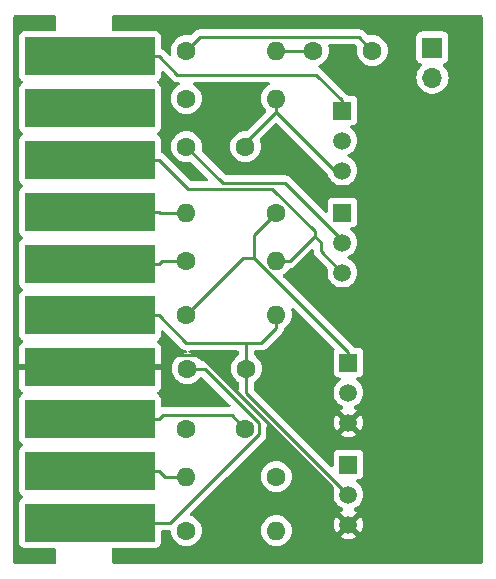
<source format=gbr>
G04 #@! TF.GenerationSoftware,KiCad,Pcbnew,8.0.1*
G04 #@! TF.CreationDate,2024-06-18T21:20:24-04:00*
G04 #@! TF.ProjectId,OdysseyDaughterCardFlipFlop,4f647973-7365-4794-9461-756768746572,1.2*
G04 #@! TF.SameCoordinates,Original*
G04 #@! TF.FileFunction,Copper,L2,Bot*
G04 #@! TF.FilePolarity,Positive*
%FSLAX46Y46*%
G04 Gerber Fmt 4.6, Leading zero omitted, Abs format (unit mm)*
G04 Created by KiCad (PCBNEW 8.0.1) date 2024-06-18 21:20:24*
%MOMM*%
%LPD*%
G01*
G04 APERTURE LIST*
G04 #@! TA.AperFunction,SMDPad,CuDef*
%ADD10R,11.000000X3.250000*%
G04 #@! TD*
G04 #@! TA.AperFunction,ComponentPad*
%ADD11C,1.600000*%
G04 #@! TD*
G04 #@! TA.AperFunction,ComponentPad*
%ADD12R,1.500000X1.500000*%
G04 #@! TD*
G04 #@! TA.AperFunction,ComponentPad*
%ADD13C,1.500000*%
G04 #@! TD*
G04 #@! TA.AperFunction,ComponentPad*
%ADD14O,1.600000X1.600000*%
G04 #@! TD*
G04 #@! TA.AperFunction,ComponentPad*
%ADD15R,1.700000X1.700000*%
G04 #@! TD*
G04 #@! TA.AperFunction,ComponentPad*
%ADD16O,1.700000X1.700000*%
G04 #@! TD*
G04 #@! TA.AperFunction,Conductor*
%ADD17C,0.250000*%
G04 #@! TD*
G04 APERTURE END LIST*
D10*
X129000000Y-120749992D03*
X129000000Y-116361104D03*
X129000000Y-111972216D03*
X129000000Y-107583328D03*
X129000000Y-103194440D03*
X129000000Y-98805552D03*
X129000000Y-94416664D03*
X129000000Y-90027776D03*
X129000000Y-85638888D03*
X129000000Y-81250000D03*
D11*
X137160000Y-88900000D03*
X142160000Y-88900000D03*
X152908000Y-80772000D03*
X147908000Y-80772000D03*
X142240000Y-107696000D03*
X137240000Y-107696000D03*
X137160000Y-112776000D03*
X142160000Y-112776000D03*
D12*
X150368000Y-85852000D03*
D13*
X150368000Y-88392000D03*
X150368000Y-90932000D03*
D12*
X150368000Y-94488000D03*
D13*
X150368000Y-97028000D03*
X150368000Y-99568000D03*
D12*
X150876000Y-107188000D03*
D13*
X150876000Y-109728000D03*
X150876000Y-112268000D03*
D12*
X150876000Y-115824000D03*
D13*
X150876000Y-118364000D03*
X150876000Y-120904000D03*
D11*
X137160000Y-84836000D03*
D14*
X144780000Y-84836000D03*
D11*
X137160000Y-80772000D03*
D14*
X144780000Y-80772000D03*
D11*
X144780000Y-94488000D03*
D14*
X137160000Y-94488000D03*
D11*
X137160000Y-121412000D03*
D14*
X144780000Y-121412000D03*
D11*
X137160000Y-103124000D03*
D14*
X144780000Y-103124000D03*
D11*
X137160000Y-98552000D03*
D14*
X144780000Y-98552000D03*
D11*
X144780000Y-116840000D03*
D14*
X137160000Y-116840000D03*
D15*
X157988000Y-80518000D03*
D16*
X157988000Y-83058000D03*
D17*
X129000000Y-94416700D02*
X134825300Y-94416700D01*
X142160000Y-88581300D02*
X142160000Y-88900000D01*
X144780000Y-85961300D02*
X142160000Y-88581300D01*
X137160000Y-94488000D02*
X134896600Y-94488000D01*
X149750700Y-90932000D02*
X150368000Y-90932000D01*
X144780000Y-84836000D02*
X144780000Y-85961300D01*
X144780000Y-85961300D02*
X149750700Y-90932000D01*
X134896600Y-94488000D02*
X134825300Y-94416700D01*
X148582300Y-97028000D02*
X148005800Y-96451500D01*
X144426500Y-92466300D02*
X137263800Y-92466300D01*
X137160000Y-80772000D02*
X138306300Y-79625700D01*
X148005800Y-96451500D02*
X145905300Y-98552000D01*
X148582300Y-97782300D02*
X150368000Y-99568000D01*
X148582300Y-97028000D02*
X148582300Y-97782300D01*
X138306300Y-79625700D02*
X151761700Y-79625700D01*
X144780000Y-98552000D02*
X145905300Y-98552000D01*
X151761700Y-79625700D02*
X152908000Y-80772000D01*
X148005800Y-96451500D02*
X148005800Y-96045600D01*
X148005800Y-96045600D02*
X144426500Y-92466300D01*
X137263800Y-92466300D02*
X134825300Y-90027800D01*
X129000000Y-90027800D02*
X134825300Y-90027800D01*
X142240000Y-105519300D02*
X137150200Y-105519300D01*
X142240000Y-105519300D02*
X142240000Y-107696000D01*
X129000000Y-103194400D02*
X134825300Y-103194400D01*
X144780000Y-104249300D02*
X143510000Y-105519300D01*
X150876000Y-118364000D02*
X142240000Y-109728000D01*
X143510000Y-105519300D02*
X142240000Y-105519300D01*
X137150200Y-105519300D02*
X134825300Y-103194400D01*
X144780000Y-103124000D02*
X144780000Y-104249300D01*
X142240000Y-109728000D02*
X142240000Y-107696000D01*
X141979700Y-98304300D02*
X142842600Y-98304300D01*
X150876000Y-107188000D02*
X150876000Y-106337700D01*
X137160000Y-103124000D02*
X141979700Y-98304300D01*
X142842600Y-98304300D02*
X150876000Y-106337700D01*
X143293300Y-112292800D02*
X143293300Y-113251400D01*
X138696500Y-107696000D02*
X143293300Y-112292800D01*
X137240000Y-107696000D02*
X138696500Y-107696000D01*
X142842600Y-96425400D02*
X142842600Y-98304300D01*
X143293300Y-113251400D02*
X135794700Y-120750000D01*
X135794700Y-120750000D02*
X129000000Y-120750000D01*
X144780000Y-94488000D02*
X142842600Y-96425400D01*
X129000000Y-116361100D02*
X134825300Y-116361100D01*
X135304200Y-116840000D02*
X134825300Y-116361100D01*
X137160000Y-116840000D02*
X135304200Y-116840000D01*
X135196000Y-111601500D02*
X134825300Y-111972200D01*
X140985500Y-111601500D02*
X135196000Y-111601500D01*
X129000000Y-111972200D02*
X134825300Y-111972200D01*
X142160000Y-112776000D02*
X140985500Y-111601500D01*
X148170300Y-82804000D02*
X136379300Y-82804000D01*
X150368000Y-85001700D02*
X148170300Y-82804000D01*
X136379300Y-82804000D02*
X134825300Y-81250000D01*
X150368000Y-85852000D02*
X150368000Y-85001700D01*
X129000000Y-81250000D02*
X134825300Y-81250000D01*
X149479000Y-117769100D02*
X149479000Y-119507000D01*
X129000000Y-107583300D02*
X134825300Y-107583300D01*
X135838000Y-106570600D02*
X138280500Y-106570600D01*
X138280500Y-106570600D02*
X149479000Y-117769100D01*
X134825300Y-107583300D02*
X135838000Y-106570600D01*
X149479000Y-119507000D02*
X150876000Y-120904000D01*
X129000000Y-98805500D02*
X134825300Y-98805500D01*
X137160000Y-98552000D02*
X135078800Y-98552000D01*
X135078800Y-98552000D02*
X134825300Y-98805500D01*
X150368000Y-97028000D02*
X150368000Y-96833300D01*
X150368000Y-96833300D02*
X145520800Y-91986100D01*
X145520800Y-91986100D02*
X140246100Y-91986100D01*
X140246100Y-91986100D02*
X137160000Y-88900000D01*
X144780000Y-80772000D02*
X147908000Y-80772000D01*
G04 #@! TA.AperFunction,Conductor*
G36*
X126042539Y-77795185D02*
G01*
X126088294Y-77847989D01*
X126099500Y-77899500D01*
X126099500Y-78915021D01*
X126111938Y-78945046D01*
X126119408Y-79014515D01*
X126088134Y-79076995D01*
X126028045Y-79112648D01*
X125997378Y-79116500D01*
X123451345Y-79116500D01*
X123390797Y-79123011D01*
X123390795Y-79123011D01*
X123253795Y-79174111D01*
X123136739Y-79261739D01*
X123049111Y-79378795D01*
X122998011Y-79515795D01*
X122998011Y-79515797D01*
X122991500Y-79576345D01*
X122991500Y-82923654D01*
X122998011Y-82984202D01*
X122998011Y-82984204D01*
X123049111Y-83121204D01*
X123136739Y-83238261D01*
X123253796Y-83325889D01*
X123260158Y-83328262D01*
X123260161Y-83328263D01*
X123316094Y-83370135D01*
X123340510Y-83435600D01*
X123325657Y-83503873D01*
X123276251Y-83553277D01*
X123260161Y-83560625D01*
X123253795Y-83562999D01*
X123136739Y-83650627D01*
X123049111Y-83767683D01*
X122998011Y-83904683D01*
X122998011Y-83904685D01*
X122991500Y-83965233D01*
X122991500Y-87312542D01*
X122998011Y-87373090D01*
X122998011Y-87373092D01*
X123049111Y-87510092D01*
X123136739Y-87627149D01*
X123253796Y-87714777D01*
X123260158Y-87717150D01*
X123260161Y-87717151D01*
X123316094Y-87759023D01*
X123340510Y-87824488D01*
X123325657Y-87892761D01*
X123276251Y-87942165D01*
X123260161Y-87949513D01*
X123253795Y-87951887D01*
X123136739Y-88039515D01*
X123049111Y-88156571D01*
X122998011Y-88293571D01*
X122998011Y-88293573D01*
X122991500Y-88354121D01*
X122991500Y-91701430D01*
X122998011Y-91761978D01*
X122998011Y-91761980D01*
X123049111Y-91898980D01*
X123136739Y-92016037D01*
X123253796Y-92103665D01*
X123260158Y-92106038D01*
X123260161Y-92106039D01*
X123316094Y-92147911D01*
X123340510Y-92213376D01*
X123325657Y-92281649D01*
X123276251Y-92331053D01*
X123260161Y-92338401D01*
X123253795Y-92340775D01*
X123136739Y-92428403D01*
X123049111Y-92545459D01*
X122998011Y-92682459D01*
X122998011Y-92682461D01*
X122991500Y-92743009D01*
X122991500Y-96090318D01*
X122998011Y-96150866D01*
X122998011Y-96150868D01*
X123031486Y-96240614D01*
X123049111Y-96287868D01*
X123136739Y-96404925D01*
X123253796Y-96492553D01*
X123260158Y-96494926D01*
X123260161Y-96494927D01*
X123316094Y-96536799D01*
X123340510Y-96602264D01*
X123325657Y-96670537D01*
X123276251Y-96719941D01*
X123260161Y-96727289D01*
X123253795Y-96729663D01*
X123136739Y-96817291D01*
X123049111Y-96934347D01*
X122998011Y-97071347D01*
X122998011Y-97071349D01*
X122991500Y-97131897D01*
X122991500Y-100479206D01*
X122998011Y-100539754D01*
X122998011Y-100539756D01*
X123049111Y-100676756D01*
X123136739Y-100793813D01*
X123253796Y-100881441D01*
X123260158Y-100883814D01*
X123260161Y-100883815D01*
X123316094Y-100925687D01*
X123340510Y-100991152D01*
X123325657Y-101059425D01*
X123276251Y-101108829D01*
X123260161Y-101116177D01*
X123253795Y-101118551D01*
X123136739Y-101206179D01*
X123049111Y-101323235D01*
X122998011Y-101460235D01*
X122998011Y-101460237D01*
X122991500Y-101520785D01*
X122991500Y-104868094D01*
X122998011Y-104928642D01*
X122998011Y-104928644D01*
X123049111Y-105065644D01*
X123136739Y-105182701D01*
X123214922Y-105241228D01*
X123253794Y-105270328D01*
X123253795Y-105270328D01*
X123253796Y-105270329D01*
X123272317Y-105277237D01*
X123272320Y-105277238D01*
X123328252Y-105319110D01*
X123352668Y-105384575D01*
X123337815Y-105452848D01*
X123288409Y-105502252D01*
X123272319Y-105509600D01*
X123257916Y-105514972D01*
X123257906Y-105514977D01*
X123142812Y-105601137D01*
X123142809Y-105601140D01*
X123056649Y-105716234D01*
X123056645Y-105716241D01*
X123006403Y-105850948D01*
X123006401Y-105850955D01*
X123000000Y-105910483D01*
X123000000Y-107333328D01*
X135000000Y-107333328D01*
X135000000Y-105910500D01*
X134999999Y-105910483D01*
X134993598Y-105850955D01*
X134993596Y-105850948D01*
X134943354Y-105716241D01*
X134943350Y-105716234D01*
X134857190Y-105601140D01*
X134857187Y-105601137D01*
X134742093Y-105514977D01*
X134742088Y-105514974D01*
X134727681Y-105509601D01*
X134671748Y-105467729D01*
X134647331Y-105402265D01*
X134662183Y-105333992D01*
X134711588Y-105284587D01*
X134727671Y-105277241D01*
X134746204Y-105270329D01*
X134863261Y-105182701D01*
X134950889Y-105065644D01*
X135001989Y-104928641D01*
X135006595Y-104885800D01*
X135008499Y-104868094D01*
X135008500Y-104868077D01*
X135008500Y-104572866D01*
X135028185Y-104505827D01*
X135080989Y-104460072D01*
X135150147Y-104450128D01*
X135213703Y-104479153D01*
X135220181Y-104485185D01*
X136746363Y-106011368D01*
X136746367Y-106011371D01*
X136850118Y-106080696D01*
X136850124Y-106080699D01*
X136850125Y-106080700D01*
X136965415Y-106128455D01*
X137084463Y-106152135D01*
X137146374Y-106184519D01*
X137180948Y-106245235D01*
X137177209Y-106315004D01*
X137136343Y-106371677D01*
X137071325Y-106397258D01*
X137071081Y-106397280D01*
X137011917Y-106402456D01*
X137011910Y-106402457D01*
X136790761Y-106461714D01*
X136790750Y-106461718D01*
X136583254Y-106558475D01*
X136583252Y-106558476D01*
X136512856Y-106607767D01*
X136395700Y-106689802D01*
X136395698Y-106689803D01*
X136395695Y-106689806D01*
X136233806Y-106851695D01*
X136102476Y-107039252D01*
X136102475Y-107039254D01*
X136005718Y-107246750D01*
X136005714Y-107246761D01*
X135946457Y-107467910D01*
X135946456Y-107467918D01*
X135926502Y-107695998D01*
X135926502Y-107696001D01*
X135946456Y-107924081D01*
X135946457Y-107924089D01*
X136005714Y-108145238D01*
X136005718Y-108145249D01*
X136078467Y-108301260D01*
X136102477Y-108352749D01*
X136233802Y-108540300D01*
X136395700Y-108702198D01*
X136583251Y-108833523D01*
X136708091Y-108891736D01*
X136790750Y-108930281D01*
X136790752Y-108930281D01*
X136790757Y-108930284D01*
X137011913Y-108989543D01*
X137174832Y-109003796D01*
X137239998Y-109009498D01*
X137240000Y-109009498D01*
X137240002Y-109009498D01*
X137297021Y-109004509D01*
X137468087Y-108989543D01*
X137689243Y-108930284D01*
X137896749Y-108833523D01*
X138084300Y-108702198D01*
X138246198Y-108540300D01*
X138325637Y-108426849D01*
X138380211Y-108383227D01*
X138449709Y-108376033D01*
X138512064Y-108407556D01*
X138514890Y-108410294D01*
X140860915Y-110756319D01*
X140894400Y-110817642D01*
X140889416Y-110887334D01*
X140847544Y-110943267D01*
X140782080Y-110967684D01*
X140773234Y-110968000D01*
X135132500Y-110968000D01*
X135065461Y-110948315D01*
X135019706Y-110895511D01*
X135008500Y-110844000D01*
X135008500Y-110298578D01*
X135008499Y-110298561D01*
X135005157Y-110267486D01*
X135001989Y-110238015D01*
X134950889Y-110101012D01*
X134863261Y-109983955D01*
X134746204Y-109896327D01*
X134739855Y-109893958D01*
X134727677Y-109889416D01*
X134671745Y-109847543D01*
X134647331Y-109782077D01*
X134662185Y-109713805D01*
X134711592Y-109664402D01*
X134727686Y-109657053D01*
X134742085Y-109651682D01*
X134742093Y-109651678D01*
X134857187Y-109565518D01*
X134857190Y-109565515D01*
X134943350Y-109450421D01*
X134943354Y-109450414D01*
X134993596Y-109315707D01*
X134993598Y-109315700D01*
X134999999Y-109256172D01*
X135000000Y-109256155D01*
X135000000Y-107833328D01*
X123000000Y-107833328D01*
X123000000Y-109256172D01*
X123006401Y-109315700D01*
X123006403Y-109315707D01*
X123056645Y-109450414D01*
X123056649Y-109450421D01*
X123142809Y-109565515D01*
X123142812Y-109565518D01*
X123257906Y-109651678D01*
X123257911Y-109651681D01*
X123272315Y-109657053D01*
X123328249Y-109698923D01*
X123352668Y-109764387D01*
X123337818Y-109832660D01*
X123288414Y-109882067D01*
X123272323Y-109889416D01*
X123253795Y-109896327D01*
X123136739Y-109983955D01*
X123049111Y-110101011D01*
X122998011Y-110238011D01*
X122998011Y-110238013D01*
X122991500Y-110298561D01*
X122991500Y-113645870D01*
X122998011Y-113706418D01*
X122998011Y-113706420D01*
X123026274Y-113782193D01*
X123049111Y-113843420D01*
X123136739Y-113960477D01*
X123253796Y-114048105D01*
X123260158Y-114050478D01*
X123260161Y-114050479D01*
X123316094Y-114092351D01*
X123340510Y-114157816D01*
X123325657Y-114226089D01*
X123276251Y-114275493D01*
X123260161Y-114282841D01*
X123253795Y-114285215D01*
X123136739Y-114372843D01*
X123049111Y-114489899D01*
X122998011Y-114626899D01*
X122998011Y-114626901D01*
X122991500Y-114687449D01*
X122991500Y-118034758D01*
X122998011Y-118095306D01*
X122998011Y-118095308D01*
X123042067Y-118213422D01*
X123049111Y-118232308D01*
X123136739Y-118349365D01*
X123253796Y-118436993D01*
X123260158Y-118439366D01*
X123260161Y-118439367D01*
X123316094Y-118481239D01*
X123340510Y-118546704D01*
X123325657Y-118614977D01*
X123276251Y-118664381D01*
X123260161Y-118671729D01*
X123253795Y-118674103D01*
X123136739Y-118761731D01*
X123049111Y-118878787D01*
X122998011Y-119015787D01*
X122998011Y-119015789D01*
X122991500Y-119076337D01*
X122991500Y-122423646D01*
X122998011Y-122484194D01*
X122998011Y-122484196D01*
X123022378Y-122549524D01*
X123049111Y-122621196D01*
X123136739Y-122738253D01*
X123253796Y-122825881D01*
X123390799Y-122876981D01*
X123418050Y-122879910D01*
X123451345Y-122883491D01*
X123451362Y-122883492D01*
X125997381Y-122883492D01*
X126064420Y-122903177D01*
X126110175Y-122955981D01*
X126120119Y-123025139D01*
X126111942Y-123054945D01*
X126099500Y-123084980D01*
X126099500Y-124100500D01*
X126079815Y-124167539D01*
X126027011Y-124213294D01*
X125975500Y-124224500D01*
X122624500Y-124224500D01*
X122557461Y-124204815D01*
X122511706Y-124152011D01*
X122500500Y-124100500D01*
X122500500Y-77899500D01*
X122520185Y-77832461D01*
X122572989Y-77786706D01*
X122624500Y-77775500D01*
X125975500Y-77775500D01*
X126042539Y-77795185D01*
G37*
G04 #@! TD.AperFunction*
G04 #@! TA.AperFunction,Conductor*
G36*
X162173539Y-77795185D02*
G01*
X162219294Y-77847989D01*
X162230500Y-77899500D01*
X162230500Y-124100500D01*
X162210815Y-124167539D01*
X162158011Y-124213294D01*
X162106500Y-124224500D01*
X130974500Y-124224500D01*
X130907461Y-124204815D01*
X130861706Y-124152011D01*
X130850500Y-124100500D01*
X130850500Y-123084983D01*
X130850499Y-123084980D01*
X130838058Y-123054945D01*
X130830589Y-122985476D01*
X130861864Y-122922997D01*
X130921952Y-122887344D01*
X130952619Y-122883492D01*
X134548638Y-122883492D01*
X134548654Y-122883491D01*
X134575692Y-122880583D01*
X134609201Y-122876981D01*
X134746204Y-122825881D01*
X134863261Y-122738253D01*
X134950889Y-122621196D01*
X135001989Y-122484193D01*
X135005591Y-122450684D01*
X135008499Y-122423646D01*
X135008500Y-122423629D01*
X135008500Y-121507500D01*
X135028185Y-121440461D01*
X135080989Y-121394706D01*
X135132500Y-121383500D01*
X135730384Y-121383500D01*
X135797423Y-121403185D01*
X135843178Y-121455989D01*
X135853912Y-121496693D01*
X135866456Y-121640081D01*
X135866457Y-121640089D01*
X135925714Y-121861238D01*
X135925718Y-121861249D01*
X135986067Y-121990668D01*
X136022477Y-122068749D01*
X136153802Y-122256300D01*
X136315700Y-122418198D01*
X136503251Y-122549523D01*
X136628091Y-122607736D01*
X136710750Y-122646281D01*
X136710752Y-122646281D01*
X136710757Y-122646284D01*
X136931913Y-122705543D01*
X137094832Y-122719796D01*
X137159998Y-122725498D01*
X137160000Y-122725498D01*
X137160002Y-122725498D01*
X137217021Y-122720509D01*
X137388087Y-122705543D01*
X137609243Y-122646284D01*
X137816749Y-122549523D01*
X138004300Y-122418198D01*
X138166198Y-122256300D01*
X138297523Y-122068749D01*
X138394284Y-121861243D01*
X138453543Y-121640087D01*
X138473498Y-121412001D01*
X143466502Y-121412001D01*
X143486456Y-121640081D01*
X143486457Y-121640089D01*
X143545714Y-121861238D01*
X143545718Y-121861249D01*
X143606067Y-121990668D01*
X143642477Y-122068749D01*
X143773802Y-122256300D01*
X143935700Y-122418198D01*
X144123251Y-122549523D01*
X144248091Y-122607736D01*
X144330750Y-122646281D01*
X144330752Y-122646281D01*
X144330757Y-122646284D01*
X144551913Y-122705543D01*
X144714832Y-122719796D01*
X144779998Y-122725498D01*
X144780000Y-122725498D01*
X144780002Y-122725498D01*
X144837021Y-122720509D01*
X145008087Y-122705543D01*
X145229243Y-122646284D01*
X145436749Y-122549523D01*
X145624300Y-122418198D01*
X145786198Y-122256300D01*
X145917523Y-122068749D01*
X146014284Y-121861243D01*
X146073543Y-121640087D01*
X146093498Y-121412000D01*
X146073543Y-121183913D01*
X146014284Y-120962757D01*
X146011441Y-120956661D01*
X145917524Y-120755254D01*
X145917523Y-120755252D01*
X145917523Y-120755251D01*
X145786198Y-120567700D01*
X145624300Y-120405802D01*
X145436749Y-120274477D01*
X145436745Y-120274475D01*
X145229249Y-120177718D01*
X145229238Y-120177714D01*
X145008089Y-120118457D01*
X145008081Y-120118456D01*
X144780002Y-120098502D01*
X144779998Y-120098502D01*
X144551918Y-120118456D01*
X144551910Y-120118457D01*
X144330761Y-120177714D01*
X144330750Y-120177718D01*
X144123254Y-120274475D01*
X144123252Y-120274476D01*
X144123251Y-120274477D01*
X143935700Y-120405802D01*
X143935698Y-120405803D01*
X143935695Y-120405806D01*
X143773806Y-120567695D01*
X143642476Y-120755252D01*
X143642475Y-120755254D01*
X143545718Y-120962750D01*
X143545714Y-120962761D01*
X143486457Y-121183910D01*
X143486456Y-121183918D01*
X143466502Y-121411998D01*
X143466502Y-121412001D01*
X138473498Y-121412001D01*
X138473498Y-121412000D01*
X138453543Y-121183913D01*
X138394284Y-120962757D01*
X138391441Y-120956661D01*
X138297524Y-120755254D01*
X138297523Y-120755252D01*
X138297523Y-120755251D01*
X138166198Y-120567700D01*
X138004300Y-120405802D01*
X137816749Y-120274477D01*
X137816745Y-120274475D01*
X137609249Y-120177718D01*
X137609229Y-120177711D01*
X137543535Y-120160108D01*
X137483875Y-120123743D01*
X137453347Y-120060896D01*
X137461642Y-119991520D01*
X137487946Y-119952656D01*
X140600602Y-116840001D01*
X143466502Y-116840001D01*
X143486456Y-117068081D01*
X143486457Y-117068089D01*
X143545714Y-117289238D01*
X143545718Y-117289249D01*
X143631635Y-117473499D01*
X143642477Y-117496749D01*
X143773802Y-117684300D01*
X143935700Y-117846198D01*
X144123251Y-117977523D01*
X144245956Y-118034741D01*
X144330750Y-118074281D01*
X144330752Y-118074281D01*
X144330757Y-118074284D01*
X144551913Y-118133543D01*
X144714832Y-118147796D01*
X144779998Y-118153498D01*
X144780000Y-118153498D01*
X144780002Y-118153498D01*
X144837021Y-118148509D01*
X145008087Y-118133543D01*
X145229243Y-118074284D01*
X145436749Y-117977523D01*
X145624300Y-117846198D01*
X145786198Y-117684300D01*
X145917523Y-117496749D01*
X146014284Y-117289243D01*
X146073543Y-117068087D01*
X146093498Y-116840000D01*
X146073543Y-116611913D01*
X146014284Y-116390757D01*
X145917523Y-116183251D01*
X145786198Y-115995700D01*
X145624300Y-115833802D01*
X145436749Y-115702477D01*
X145373233Y-115672859D01*
X145229249Y-115605718D01*
X145229238Y-115605714D01*
X145008089Y-115546457D01*
X145008081Y-115546456D01*
X144780002Y-115526502D01*
X144779998Y-115526502D01*
X144551918Y-115546456D01*
X144551910Y-115546457D01*
X144330761Y-115605714D01*
X144330750Y-115605718D01*
X144123254Y-115702475D01*
X144123252Y-115702476D01*
X144123251Y-115702477D01*
X143935700Y-115833802D01*
X143935698Y-115833803D01*
X143935695Y-115833806D01*
X143773806Y-115995695D01*
X143773803Y-115995698D01*
X143773802Y-115995700D01*
X143754667Y-116023028D01*
X143642476Y-116183252D01*
X143642475Y-116183254D01*
X143545718Y-116390750D01*
X143545714Y-116390761D01*
X143486457Y-116611910D01*
X143486456Y-116611918D01*
X143466502Y-116839998D01*
X143466502Y-116840001D01*
X140600602Y-116840001D01*
X143785371Y-113655233D01*
X143854700Y-113551475D01*
X143902455Y-113436185D01*
X143926800Y-113313794D01*
X143926800Y-113189006D01*
X143926800Y-112610066D01*
X143946485Y-112543027D01*
X143999289Y-112497272D01*
X144068447Y-112487328D01*
X144132003Y-112516353D01*
X144138481Y-112522385D01*
X149608489Y-117992393D01*
X149641974Y-118053716D01*
X149640583Y-118112167D01*
X149631885Y-118144626D01*
X149631885Y-118144630D01*
X149612693Y-118363997D01*
X149612693Y-118364002D01*
X149631884Y-118583365D01*
X149631885Y-118583372D01*
X149644342Y-118629859D01*
X149688880Y-118796076D01*
X149781944Y-118995654D01*
X149908251Y-119176038D01*
X150063962Y-119331749D01*
X150244346Y-119458056D01*
X150390714Y-119526308D01*
X150443151Y-119572477D01*
X150462303Y-119639671D01*
X150442088Y-119706552D01*
X150390713Y-119751070D01*
X150248611Y-119817334D01*
X150186428Y-119860874D01*
X150829554Y-120504000D01*
X150823339Y-120504000D01*
X150721606Y-120531259D01*
X150630394Y-120583920D01*
X150555920Y-120658394D01*
X150503259Y-120749606D01*
X150476000Y-120851339D01*
X150476000Y-120857554D01*
X149832874Y-120214428D01*
X149789333Y-120276613D01*
X149696898Y-120474840D01*
X149696894Y-120474849D01*
X149640289Y-120686105D01*
X149640287Y-120686115D01*
X149621225Y-120903999D01*
X149621225Y-120904000D01*
X149640287Y-121121884D01*
X149640289Y-121121894D01*
X149696894Y-121333150D01*
X149696898Y-121333159D01*
X149789333Y-121531387D01*
X149832874Y-121593571D01*
X150476000Y-120950445D01*
X150476000Y-120956661D01*
X150503259Y-121058394D01*
X150555920Y-121149606D01*
X150630394Y-121224080D01*
X150721606Y-121276741D01*
X150823339Y-121304000D01*
X150829553Y-121304000D01*
X150186427Y-121947124D01*
X150248612Y-121990666D01*
X150446840Y-122083101D01*
X150446849Y-122083105D01*
X150658105Y-122139710D01*
X150658115Y-122139712D01*
X150875999Y-122158775D01*
X150876001Y-122158775D01*
X151093884Y-122139712D01*
X151093894Y-122139710D01*
X151305150Y-122083105D01*
X151305164Y-122083100D01*
X151503383Y-121990669D01*
X151503385Y-121990668D01*
X151565571Y-121947124D01*
X150922448Y-121304000D01*
X150928661Y-121304000D01*
X151030394Y-121276741D01*
X151121606Y-121224080D01*
X151196080Y-121149606D01*
X151248741Y-121058394D01*
X151276000Y-120956661D01*
X151276000Y-120950446D01*
X151919124Y-121593570D01*
X151962668Y-121531385D01*
X151962669Y-121531383D01*
X152055100Y-121333164D01*
X152055105Y-121333150D01*
X152111710Y-121121894D01*
X152111712Y-121121884D01*
X152130775Y-120904000D01*
X152130775Y-120903999D01*
X152111712Y-120686115D01*
X152111710Y-120686105D01*
X152055105Y-120474849D01*
X152055101Y-120474840D01*
X151962667Y-120276614D01*
X151962666Y-120276612D01*
X151919124Y-120214428D01*
X151919124Y-120214427D01*
X151276000Y-120857551D01*
X151276000Y-120851339D01*
X151248741Y-120749606D01*
X151196080Y-120658394D01*
X151121606Y-120583920D01*
X151030394Y-120531259D01*
X150928661Y-120504000D01*
X150922447Y-120504000D01*
X151565571Y-119860874D01*
X151503387Y-119817332D01*
X151361287Y-119751070D01*
X151308848Y-119704897D01*
X151289696Y-119637704D01*
X151309912Y-119570823D01*
X151361282Y-119526309D01*
X151507654Y-119458056D01*
X151688038Y-119331749D01*
X151843749Y-119176038D01*
X151970056Y-118995654D01*
X152063120Y-118796076D01*
X152120115Y-118583371D01*
X152139307Y-118364000D01*
X152120115Y-118144629D01*
X152063120Y-117931924D01*
X151970056Y-117732347D01*
X151970054Y-117732344D01*
X151970053Y-117732342D01*
X151862112Y-117578187D01*
X151843749Y-117551962D01*
X151688038Y-117396251D01*
X151562109Y-117308074D01*
X151518485Y-117253497D01*
X151511293Y-117183999D01*
X151542815Y-117121644D01*
X151603045Y-117086231D01*
X151633234Y-117082500D01*
X151674638Y-117082500D01*
X151674654Y-117082499D01*
X151701692Y-117079591D01*
X151735201Y-117075989D01*
X151872204Y-117024889D01*
X151989261Y-116937261D01*
X152076889Y-116820204D01*
X152127989Y-116683201D01*
X152131591Y-116649692D01*
X152134499Y-116622654D01*
X152134500Y-116622637D01*
X152134500Y-115025362D01*
X152134499Y-115025345D01*
X152131157Y-114994270D01*
X152127989Y-114964799D01*
X152076889Y-114827796D01*
X151989261Y-114710739D01*
X151872204Y-114623111D01*
X151735203Y-114572011D01*
X151674654Y-114565500D01*
X151674638Y-114565500D01*
X150077362Y-114565500D01*
X150077345Y-114565500D01*
X150016797Y-114572011D01*
X150016795Y-114572011D01*
X149879795Y-114623111D01*
X149762739Y-114710739D01*
X149675111Y-114827795D01*
X149624011Y-114964795D01*
X149624011Y-114964797D01*
X149617500Y-115025345D01*
X149617500Y-115910234D01*
X149597815Y-115977273D01*
X149545011Y-116023028D01*
X149475853Y-116032972D01*
X149412297Y-116003947D01*
X149405819Y-115997915D01*
X142909819Y-109501915D01*
X142876334Y-109440592D01*
X142873500Y-109414234D01*
X142873500Y-108914352D01*
X142893185Y-108847313D01*
X142926373Y-108812779D01*
X143084300Y-108702198D01*
X143246198Y-108540300D01*
X143377523Y-108352749D01*
X143474284Y-108145243D01*
X143533543Y-107924087D01*
X143553498Y-107696000D01*
X143533543Y-107467913D01*
X143474284Y-107246757D01*
X143377523Y-107039251D01*
X143246198Y-106851700D01*
X143084300Y-106689802D01*
X142926376Y-106579221D01*
X142882751Y-106524644D01*
X142873500Y-106477647D01*
X142873500Y-106276800D01*
X142893185Y-106209761D01*
X142945989Y-106164006D01*
X142997500Y-106152800D01*
X143572395Y-106152800D01*
X143572396Y-106152799D01*
X143694785Y-106128455D01*
X143810075Y-106080700D01*
X143913833Y-106011371D01*
X145272071Y-104653133D01*
X145341400Y-104549375D01*
X145389155Y-104434085D01*
X145411620Y-104321146D01*
X145444004Y-104259235D01*
X145462107Y-104243766D01*
X145624300Y-104130198D01*
X145786198Y-103968300D01*
X145917523Y-103780749D01*
X146014284Y-103573243D01*
X146073543Y-103352087D01*
X146093498Y-103124000D01*
X146073543Y-102895913D01*
X146023201Y-102708035D01*
X146024864Y-102638186D01*
X146064026Y-102580323D01*
X146128255Y-102552819D01*
X146197157Y-102564405D01*
X146230657Y-102588261D01*
X149667239Y-106024843D01*
X149700724Y-106086166D01*
X149695740Y-106155858D01*
X149678827Y-106186831D01*
X149675111Y-106191796D01*
X149675110Y-106191799D01*
X149624011Y-106328795D01*
X149624011Y-106328797D01*
X149617500Y-106389345D01*
X149617500Y-107986654D01*
X149624011Y-108047202D01*
X149624011Y-108047204D01*
X149660577Y-108145238D01*
X149675111Y-108184204D01*
X149762739Y-108301261D01*
X149879796Y-108388889D01*
X150016799Y-108439989D01*
X150044050Y-108442918D01*
X150077345Y-108446499D01*
X150077362Y-108446500D01*
X150118767Y-108446500D01*
X150185806Y-108466185D01*
X150231561Y-108518989D01*
X150241505Y-108588147D01*
X150212480Y-108651703D01*
X150189890Y-108672075D01*
X150063966Y-108760247D01*
X150063960Y-108760252D01*
X149908252Y-108915960D01*
X149908247Y-108915967D01*
X149781946Y-109096342D01*
X149781944Y-109096346D01*
X149688881Y-109295920D01*
X149631885Y-109508627D01*
X149631884Y-109508634D01*
X149612693Y-109727997D01*
X149612693Y-109728002D01*
X149626814Y-109889416D01*
X149631885Y-109947371D01*
X149688880Y-110160076D01*
X149781944Y-110359654D01*
X149908251Y-110540038D01*
X150063962Y-110695749D01*
X150244346Y-110822056D01*
X150390714Y-110890308D01*
X150443151Y-110936477D01*
X150462303Y-111003671D01*
X150442088Y-111070552D01*
X150390713Y-111115070D01*
X150248611Y-111181334D01*
X150186428Y-111224874D01*
X150829554Y-111868000D01*
X150823339Y-111868000D01*
X150721606Y-111895259D01*
X150630394Y-111947920D01*
X150555920Y-112022394D01*
X150503259Y-112113606D01*
X150476000Y-112215339D01*
X150476000Y-112221554D01*
X149832874Y-111578428D01*
X149789333Y-111640613D01*
X149696898Y-111838840D01*
X149696894Y-111838849D01*
X149640289Y-112050105D01*
X149640287Y-112050115D01*
X149621225Y-112267999D01*
X149621225Y-112268000D01*
X149640287Y-112485884D01*
X149640289Y-112485894D01*
X149696894Y-112697150D01*
X149696898Y-112697159D01*
X149789333Y-112895387D01*
X149832874Y-112957571D01*
X150476000Y-112314445D01*
X150476000Y-112320661D01*
X150503259Y-112422394D01*
X150555920Y-112513606D01*
X150630394Y-112588080D01*
X150721606Y-112640741D01*
X150823339Y-112668000D01*
X150829553Y-112668000D01*
X150186427Y-113311124D01*
X150248612Y-113354666D01*
X150446840Y-113447101D01*
X150446849Y-113447105D01*
X150658105Y-113503710D01*
X150658115Y-113503712D01*
X150875999Y-113522775D01*
X150876001Y-113522775D01*
X151093884Y-113503712D01*
X151093894Y-113503710D01*
X151305150Y-113447105D01*
X151305164Y-113447100D01*
X151503383Y-113354669D01*
X151503385Y-113354668D01*
X151565571Y-113311124D01*
X150922448Y-112668000D01*
X150928661Y-112668000D01*
X151030394Y-112640741D01*
X151121606Y-112588080D01*
X151196080Y-112513606D01*
X151248741Y-112422394D01*
X151276000Y-112320661D01*
X151276000Y-112314446D01*
X151919124Y-112957570D01*
X151962668Y-112895385D01*
X151962669Y-112895383D01*
X152055100Y-112697164D01*
X152055105Y-112697150D01*
X152111710Y-112485894D01*
X152111712Y-112485884D01*
X152130775Y-112268000D01*
X152130775Y-112267999D01*
X152111712Y-112050115D01*
X152111710Y-112050105D01*
X152055105Y-111838849D01*
X152055101Y-111838840D01*
X151962667Y-111640614D01*
X151962666Y-111640612D01*
X151919124Y-111578428D01*
X151919124Y-111578427D01*
X151276000Y-112221551D01*
X151276000Y-112215339D01*
X151248741Y-112113606D01*
X151196080Y-112022394D01*
X151121606Y-111947920D01*
X151030394Y-111895259D01*
X150928661Y-111868000D01*
X150922447Y-111868000D01*
X151565571Y-111224874D01*
X151503387Y-111181332D01*
X151361287Y-111115070D01*
X151308848Y-111068897D01*
X151289696Y-111001704D01*
X151309912Y-110934823D01*
X151361282Y-110890309D01*
X151507654Y-110822056D01*
X151688038Y-110695749D01*
X151843749Y-110540038D01*
X151970056Y-110359654D01*
X152063120Y-110160076D01*
X152120115Y-109947371D01*
X152139307Y-109728000D01*
X152120115Y-109508629D01*
X152063120Y-109295924D01*
X151970056Y-109096347D01*
X151970054Y-109096344D01*
X151970053Y-109096342D01*
X151853775Y-108930281D01*
X151843749Y-108915962D01*
X151688038Y-108760251D01*
X151562109Y-108672074D01*
X151518485Y-108617497D01*
X151511293Y-108547999D01*
X151542815Y-108485644D01*
X151603045Y-108450231D01*
X151633234Y-108446500D01*
X151674638Y-108446500D01*
X151674654Y-108446499D01*
X151701692Y-108443591D01*
X151735201Y-108439989D01*
X151872204Y-108388889D01*
X151989261Y-108301261D01*
X152076889Y-108184204D01*
X152127989Y-108047201D01*
X152131591Y-108013692D01*
X152134499Y-107986654D01*
X152134500Y-107986637D01*
X152134500Y-106389362D01*
X152134499Y-106389345D01*
X152131157Y-106358270D01*
X152127989Y-106328799D01*
X152124067Y-106318285D01*
X152089381Y-106225289D01*
X152076889Y-106191796D01*
X151989261Y-106074739D01*
X151872204Y-105987111D01*
X151735203Y-105936011D01*
X151674654Y-105929500D01*
X151674638Y-105929500D01*
X151415066Y-105929500D01*
X151348027Y-105909815D01*
X151327385Y-105893181D01*
X145348494Y-99914290D01*
X145315009Y-99852967D01*
X145319993Y-99783275D01*
X145361865Y-99727342D01*
X145383771Y-99714227D01*
X145390009Y-99711317D01*
X145436749Y-99689523D01*
X145624300Y-99558198D01*
X145786198Y-99396300D01*
X145899764Y-99234111D01*
X145954339Y-99190488D01*
X145977146Y-99183620D01*
X145995297Y-99180009D01*
X146090085Y-99161155D01*
X146205375Y-99113400D01*
X146309133Y-99044071D01*
X147737119Y-97616085D01*
X147798442Y-97582600D01*
X147868134Y-97587584D01*
X147924067Y-97629456D01*
X147948484Y-97694920D01*
X147948800Y-97703766D01*
X147948800Y-97844698D01*
X147973143Y-97967077D01*
X147973145Y-97967085D01*
X148020898Y-98082372D01*
X148020903Y-98082381D01*
X148090228Y-98186132D01*
X148090231Y-98186136D01*
X149100489Y-99196393D01*
X149133974Y-99257716D01*
X149132583Y-99316167D01*
X149123885Y-99348626D01*
X149123885Y-99348630D01*
X149104693Y-99567997D01*
X149104693Y-99568002D01*
X149123789Y-99786284D01*
X149123885Y-99787371D01*
X149180880Y-100000076D01*
X149273944Y-100199654D01*
X149400251Y-100380038D01*
X149555962Y-100535749D01*
X149736346Y-100662056D01*
X149935924Y-100755120D01*
X150148629Y-100812115D01*
X150305322Y-100825823D01*
X150367998Y-100831307D01*
X150368000Y-100831307D01*
X150368002Y-100831307D01*
X150422842Y-100826509D01*
X150587371Y-100812115D01*
X150800076Y-100755120D01*
X150999654Y-100662056D01*
X151180038Y-100535749D01*
X151335749Y-100380038D01*
X151462056Y-100199654D01*
X151555120Y-100000076D01*
X151612115Y-99787371D01*
X151631307Y-99568000D01*
X151630449Y-99558198D01*
X151616286Y-99396304D01*
X151612115Y-99348629D01*
X151555120Y-99135924D01*
X151462056Y-98936347D01*
X151462054Y-98936344D01*
X151462053Y-98936342D01*
X151352643Y-98780089D01*
X151335749Y-98755962D01*
X151180038Y-98600251D01*
X150999654Y-98473944D01*
X150863344Y-98410382D01*
X150810904Y-98364210D01*
X150791752Y-98297017D01*
X150811967Y-98230135D01*
X150863344Y-98185618D01*
X150879362Y-98178148D01*
X150999654Y-98122056D01*
X151180038Y-97995749D01*
X151335749Y-97840038D01*
X151462056Y-97659654D01*
X151555120Y-97460076D01*
X151612115Y-97247371D01*
X151631307Y-97028000D01*
X151612115Y-96808629D01*
X151555120Y-96595924D01*
X151462056Y-96396347D01*
X151462054Y-96396344D01*
X151462053Y-96396342D01*
X151353011Y-96240615D01*
X151335749Y-96215962D01*
X151180038Y-96060251D01*
X151054109Y-95972074D01*
X151010485Y-95917497D01*
X151003293Y-95847999D01*
X151034815Y-95785644D01*
X151095045Y-95750231D01*
X151125234Y-95746500D01*
X151166638Y-95746500D01*
X151166654Y-95746499D01*
X151193692Y-95743591D01*
X151227201Y-95739989D01*
X151364204Y-95688889D01*
X151481261Y-95601261D01*
X151568889Y-95484204D01*
X151619989Y-95347201D01*
X151623591Y-95313692D01*
X151626499Y-95286654D01*
X151626500Y-95286637D01*
X151626500Y-93689362D01*
X151626499Y-93689345D01*
X151621590Y-93643695D01*
X151619989Y-93628799D01*
X151568889Y-93491796D01*
X151481261Y-93374739D01*
X151364204Y-93287111D01*
X151227203Y-93236011D01*
X151166654Y-93229500D01*
X151166638Y-93229500D01*
X149569362Y-93229500D01*
X149569345Y-93229500D01*
X149508797Y-93236011D01*
X149508795Y-93236011D01*
X149371795Y-93287111D01*
X149254739Y-93374739D01*
X149167111Y-93491795D01*
X149116011Y-93628795D01*
X149116011Y-93628797D01*
X149109500Y-93689345D01*
X149109500Y-94379533D01*
X149089815Y-94446572D01*
X149037011Y-94492327D01*
X148967853Y-94502271D01*
X148904297Y-94473246D01*
X148897819Y-94467214D01*
X145924636Y-91494031D01*
X145924632Y-91494028D01*
X145820881Y-91424703D01*
X145820872Y-91424698D01*
X145705585Y-91376945D01*
X145705577Y-91376943D01*
X145583198Y-91352600D01*
X145583194Y-91352600D01*
X140559866Y-91352600D01*
X140492827Y-91332915D01*
X140472185Y-91316281D01*
X138468335Y-89312431D01*
X138434850Y-89251108D01*
X138436240Y-89192658D01*
X138453543Y-89128087D01*
X138473498Y-88900000D01*
X138453543Y-88671913D01*
X138394284Y-88450757D01*
X138364883Y-88387707D01*
X138297524Y-88243254D01*
X138297523Y-88243252D01*
X138297523Y-88243251D01*
X138166198Y-88055700D01*
X138004300Y-87893802D01*
X137816749Y-87762477D01*
X137812179Y-87760346D01*
X137609249Y-87665718D01*
X137609238Y-87665714D01*
X137388089Y-87606457D01*
X137388081Y-87606456D01*
X137160002Y-87586502D01*
X137159998Y-87586502D01*
X136931918Y-87606456D01*
X136931910Y-87606457D01*
X136710761Y-87665714D01*
X136710750Y-87665718D01*
X136503254Y-87762475D01*
X136503252Y-87762476D01*
X136432856Y-87811767D01*
X136315700Y-87893802D01*
X136315698Y-87893803D01*
X136315695Y-87893806D01*
X136153806Y-88055695D01*
X136153803Y-88055698D01*
X136153802Y-88055700D01*
X136071929Y-88172627D01*
X136022476Y-88243252D01*
X136022475Y-88243254D01*
X135925718Y-88450750D01*
X135925714Y-88450761D01*
X135866457Y-88671910D01*
X135866456Y-88671918D01*
X135846502Y-88899998D01*
X135846502Y-88900001D01*
X135866456Y-89128081D01*
X135866457Y-89128089D01*
X135925714Y-89349238D01*
X135925718Y-89349249D01*
X135989513Y-89486057D01*
X136022477Y-89556749D01*
X136153802Y-89744300D01*
X136315700Y-89906198D01*
X136503251Y-90037523D01*
X136628091Y-90095736D01*
X136710750Y-90134281D01*
X136710752Y-90134281D01*
X136710757Y-90134284D01*
X136931913Y-90193543D01*
X137094832Y-90207796D01*
X137159998Y-90213498D01*
X137160000Y-90213498D01*
X137160002Y-90213498D01*
X137219013Y-90208335D01*
X137388087Y-90193543D01*
X137452657Y-90176241D01*
X137522506Y-90177904D01*
X137572431Y-90208335D01*
X138985215Y-91621119D01*
X139018700Y-91682442D01*
X139013716Y-91752134D01*
X138971844Y-91808067D01*
X138906380Y-91832484D01*
X138897534Y-91832800D01*
X137577567Y-91832800D01*
X137510528Y-91813115D01*
X137489886Y-91796481D01*
X135229136Y-89535731D01*
X135229132Y-89535728D01*
X135125381Y-89466403D01*
X135125375Y-89466400D01*
X135085046Y-89449695D01*
X135030643Y-89405853D01*
X135008579Y-89339559D01*
X135008500Y-89335134D01*
X135008500Y-88354138D01*
X135008499Y-88354121D01*
X135005157Y-88323046D01*
X135001989Y-88293575D01*
X134984848Y-88247620D01*
X134979522Y-88233340D01*
X134950889Y-88156572D01*
X134863261Y-88039515D01*
X134746204Y-87951887D01*
X134739838Y-87949512D01*
X134683906Y-87907643D01*
X134659489Y-87842179D01*
X134674340Y-87773906D01*
X134723745Y-87724500D01*
X134739831Y-87717153D01*
X134746204Y-87714777D01*
X134863261Y-87627149D01*
X134950889Y-87510092D01*
X135001989Y-87373089D01*
X135005968Y-87336075D01*
X135008499Y-87312542D01*
X135008500Y-87312525D01*
X135008500Y-83965250D01*
X135008499Y-83965233D01*
X135005157Y-83934158D01*
X135001989Y-83904687D01*
X134950889Y-83767684D01*
X134863261Y-83650627D01*
X134746204Y-83562999D01*
X134739838Y-83560624D01*
X134683906Y-83518755D01*
X134659489Y-83453291D01*
X134674340Y-83385018D01*
X134723745Y-83335612D01*
X134739831Y-83328265D01*
X134746204Y-83325889D01*
X134863261Y-83238261D01*
X134950889Y-83121204D01*
X135001989Y-82984201D01*
X135005591Y-82950692D01*
X135008499Y-82923654D01*
X135008500Y-82923637D01*
X135008500Y-82628466D01*
X135028185Y-82561427D01*
X135080989Y-82515672D01*
X135150147Y-82505728D01*
X135213703Y-82534753D01*
X135220181Y-82540785D01*
X135975463Y-83296068D01*
X135975467Y-83296071D01*
X136079218Y-83365396D01*
X136079224Y-83365399D01*
X136079225Y-83365400D01*
X136194515Y-83413155D01*
X136307354Y-83435600D01*
X136316901Y-83437499D01*
X136316905Y-83437500D01*
X136316906Y-83437500D01*
X136441694Y-83437500D01*
X136503591Y-83437500D01*
X136570630Y-83457185D01*
X136616385Y-83509989D01*
X136626329Y-83579147D01*
X136597304Y-83642703D01*
X136555995Y-83673882D01*
X136503254Y-83698475D01*
X136503252Y-83698476D01*
X136503251Y-83698477D01*
X136315700Y-83829802D01*
X136315698Y-83829803D01*
X136315695Y-83829806D01*
X136153806Y-83991695D01*
X136153803Y-83991698D01*
X136153802Y-83991700D01*
X136105343Y-84060907D01*
X136022476Y-84179252D01*
X136022475Y-84179254D01*
X135925718Y-84386750D01*
X135925714Y-84386761D01*
X135866457Y-84607910D01*
X135866456Y-84607918D01*
X135846502Y-84835998D01*
X135846502Y-84836001D01*
X135866456Y-85064081D01*
X135866457Y-85064089D01*
X135925714Y-85285238D01*
X135925718Y-85285249D01*
X136022475Y-85492745D01*
X136022477Y-85492749D01*
X136153802Y-85680300D01*
X136315700Y-85842198D01*
X136503251Y-85973523D01*
X136628091Y-86031736D01*
X136710750Y-86070281D01*
X136710752Y-86070281D01*
X136710757Y-86070284D01*
X136931913Y-86129543D01*
X137094832Y-86143796D01*
X137159998Y-86149498D01*
X137160000Y-86149498D01*
X137160002Y-86149498D01*
X137217021Y-86144509D01*
X137388087Y-86129543D01*
X137609243Y-86070284D01*
X137816749Y-85973523D01*
X138004300Y-85842198D01*
X138166198Y-85680300D01*
X138297523Y-85492749D01*
X138394284Y-85285243D01*
X138453543Y-85064087D01*
X138473498Y-84836000D01*
X138453543Y-84607913D01*
X138394284Y-84386757D01*
X138390873Y-84379443D01*
X138297524Y-84179254D01*
X138297523Y-84179252D01*
X138297523Y-84179251D01*
X138166198Y-83991700D01*
X138004300Y-83829802D01*
X137816749Y-83698477D01*
X137764005Y-83673882D01*
X137711565Y-83627710D01*
X137692413Y-83560516D01*
X137712629Y-83493635D01*
X137765794Y-83448301D01*
X137816409Y-83437500D01*
X144123591Y-83437500D01*
X144190630Y-83457185D01*
X144236385Y-83509989D01*
X144246329Y-83579147D01*
X144217304Y-83642703D01*
X144175995Y-83673882D01*
X144123254Y-83698475D01*
X144123252Y-83698476D01*
X144123251Y-83698477D01*
X143935700Y-83829802D01*
X143935698Y-83829803D01*
X143935695Y-83829806D01*
X143773806Y-83991695D01*
X143773803Y-83991698D01*
X143773802Y-83991700D01*
X143725343Y-84060907D01*
X143642476Y-84179252D01*
X143642475Y-84179254D01*
X143545718Y-84386750D01*
X143545714Y-84386761D01*
X143486457Y-84607910D01*
X143486456Y-84607918D01*
X143466502Y-84835998D01*
X143466502Y-84836001D01*
X143486456Y-85064081D01*
X143486457Y-85064089D01*
X143545714Y-85285238D01*
X143545718Y-85285249D01*
X143642475Y-85492745D01*
X143642477Y-85492749D01*
X143773802Y-85680300D01*
X143881767Y-85788265D01*
X143915251Y-85849588D01*
X143910267Y-85919280D01*
X143881766Y-85963627D01*
X142291823Y-87553571D01*
X142230500Y-87587056D01*
X142193336Y-87589418D01*
X142160003Y-87586502D01*
X142159998Y-87586502D01*
X141931918Y-87606456D01*
X141931910Y-87606457D01*
X141710761Y-87665714D01*
X141710750Y-87665718D01*
X141503254Y-87762475D01*
X141503252Y-87762476D01*
X141432856Y-87811767D01*
X141315700Y-87893802D01*
X141315698Y-87893803D01*
X141315695Y-87893806D01*
X141153806Y-88055695D01*
X141153803Y-88055698D01*
X141153802Y-88055700D01*
X141071929Y-88172627D01*
X141022476Y-88243252D01*
X141022475Y-88243254D01*
X140925718Y-88450750D01*
X140925714Y-88450761D01*
X140866457Y-88671910D01*
X140866456Y-88671918D01*
X140846502Y-88899998D01*
X140846502Y-88900001D01*
X140866456Y-89128081D01*
X140866457Y-89128089D01*
X140925714Y-89349238D01*
X140925718Y-89349249D01*
X140989513Y-89486057D01*
X141022477Y-89556749D01*
X141153802Y-89744300D01*
X141315700Y-89906198D01*
X141503251Y-90037523D01*
X141628091Y-90095736D01*
X141710750Y-90134281D01*
X141710752Y-90134281D01*
X141710757Y-90134284D01*
X141931913Y-90193543D01*
X142094832Y-90207796D01*
X142159998Y-90213498D01*
X142160000Y-90213498D01*
X142160002Y-90213498D01*
X142219013Y-90208335D01*
X142388087Y-90193543D01*
X142609243Y-90134284D01*
X142816749Y-90037523D01*
X143004300Y-89906198D01*
X143166198Y-89744300D01*
X143297523Y-89556749D01*
X143394284Y-89349243D01*
X143453543Y-89128087D01*
X143473498Y-88900000D01*
X143453543Y-88671913D01*
X143394284Y-88450757D01*
X143364881Y-88387702D01*
X143354390Y-88318629D01*
X143382909Y-88254845D01*
X143389570Y-88247633D01*
X144692319Y-86944885D01*
X144753642Y-86911400D01*
X144823334Y-86916384D01*
X144867681Y-86944885D01*
X149118588Y-91195792D01*
X149150681Y-91251378D01*
X149180880Y-91364077D01*
X149273942Y-91563650D01*
X149273944Y-91563654D01*
X149400251Y-91744038D01*
X149555962Y-91899749D01*
X149736346Y-92026056D01*
X149935924Y-92119120D01*
X150148629Y-92176115D01*
X150305322Y-92189823D01*
X150367998Y-92195307D01*
X150368000Y-92195307D01*
X150368002Y-92195307D01*
X150422842Y-92190509D01*
X150587371Y-92176115D01*
X150800076Y-92119120D01*
X150999654Y-92026056D01*
X151180038Y-91899749D01*
X151335749Y-91744038D01*
X151462056Y-91563654D01*
X151555120Y-91364076D01*
X151612115Y-91151371D01*
X151631307Y-90932000D01*
X151612115Y-90712629D01*
X151555120Y-90499924D01*
X151462056Y-90300347D01*
X151462054Y-90300344D01*
X151462053Y-90300342D01*
X151345775Y-90134281D01*
X151335749Y-90119962D01*
X151180038Y-89964251D01*
X150999654Y-89837944D01*
X150863344Y-89774382D01*
X150810904Y-89728210D01*
X150791752Y-89661017D01*
X150811967Y-89594135D01*
X150863344Y-89549618D01*
X150893131Y-89535728D01*
X150999654Y-89486056D01*
X151180038Y-89359749D01*
X151335749Y-89204038D01*
X151462056Y-89023654D01*
X151555120Y-88824076D01*
X151612115Y-88611371D01*
X151631307Y-88392000D01*
X151630931Y-88387707D01*
X151618294Y-88243254D01*
X151612115Y-88172629D01*
X151555120Y-87959924D01*
X151462056Y-87760347D01*
X151462054Y-87760344D01*
X151462053Y-87760342D01*
X151395793Y-87665714D01*
X151335749Y-87579962D01*
X151180038Y-87424251D01*
X151054109Y-87336074D01*
X151010485Y-87281497D01*
X151003293Y-87211999D01*
X151034815Y-87149644D01*
X151095045Y-87114231D01*
X151125234Y-87110500D01*
X151166638Y-87110500D01*
X151166654Y-87110499D01*
X151193692Y-87107591D01*
X151227201Y-87103989D01*
X151364204Y-87052889D01*
X151481261Y-86965261D01*
X151568889Y-86848204D01*
X151619989Y-86711201D01*
X151623591Y-86677692D01*
X151626499Y-86650654D01*
X151626500Y-86650637D01*
X151626500Y-85053362D01*
X151626499Y-85053345D01*
X151623157Y-85022270D01*
X151619989Y-84992799D01*
X151568889Y-84855796D01*
X151481261Y-84738739D01*
X151364204Y-84651111D01*
X151227203Y-84600011D01*
X151166654Y-84593500D01*
X151166638Y-84593500D01*
X150907066Y-84593500D01*
X150840027Y-84573815D01*
X150819385Y-84557181D01*
X150771833Y-84509629D01*
X149320210Y-83058005D01*
X156624844Y-83058005D01*
X156643434Y-83282359D01*
X156643436Y-83282371D01*
X156698703Y-83500614D01*
X156789140Y-83706792D01*
X156912276Y-83895265D01*
X156912284Y-83895276D01*
X157064756Y-84060902D01*
X157064760Y-84060906D01*
X157242424Y-84199189D01*
X157242425Y-84199189D01*
X157242427Y-84199191D01*
X157369135Y-84267761D01*
X157440426Y-84306342D01*
X157653365Y-84379444D01*
X157875431Y-84416500D01*
X158100569Y-84416500D01*
X158322635Y-84379444D01*
X158535574Y-84306342D01*
X158733576Y-84199189D01*
X158911240Y-84060906D01*
X159063722Y-83895268D01*
X159186860Y-83706791D01*
X159277296Y-83500616D01*
X159332564Y-83282368D01*
X159351156Y-83058000D01*
X159340022Y-82923638D01*
X159332565Y-82833640D01*
X159332563Y-82833628D01*
X159277296Y-82615385D01*
X159233558Y-82515672D01*
X159186860Y-82409209D01*
X159063722Y-82220732D01*
X159063719Y-82220729D01*
X159063715Y-82220723D01*
X158918510Y-82062991D01*
X158887587Y-82000337D01*
X158895447Y-81930911D01*
X158939594Y-81876755D01*
X158966405Y-81862827D01*
X159046584Y-81832920D01*
X159084204Y-81818889D01*
X159201261Y-81731261D01*
X159288889Y-81614204D01*
X159339989Y-81477201D01*
X159345198Y-81428749D01*
X159346499Y-81416654D01*
X159346500Y-81416637D01*
X159346500Y-79619362D01*
X159346499Y-79619345D01*
X159341875Y-79576345D01*
X159339989Y-79558799D01*
X159332125Y-79537716D01*
X159317522Y-79498564D01*
X159288889Y-79421796D01*
X159201261Y-79304739D01*
X159084204Y-79217111D01*
X158947203Y-79166011D01*
X158886654Y-79159500D01*
X158886638Y-79159500D01*
X157089362Y-79159500D01*
X157089345Y-79159500D01*
X157028797Y-79166011D01*
X157028795Y-79166011D01*
X156891795Y-79217111D01*
X156774739Y-79304739D01*
X156687111Y-79421795D01*
X156636011Y-79558795D01*
X156636011Y-79558797D01*
X156629500Y-79619345D01*
X156629500Y-81416654D01*
X156636011Y-81477202D01*
X156636011Y-81477204D01*
X156687111Y-81614204D01*
X156774739Y-81731261D01*
X156891796Y-81818889D01*
X156943737Y-81838262D01*
X157009595Y-81862827D01*
X157065528Y-81904699D01*
X157089944Y-81970163D01*
X157075092Y-82038436D01*
X157057490Y-82062991D01*
X156912279Y-82220730D01*
X156912276Y-82220734D01*
X156789140Y-82409207D01*
X156698703Y-82615385D01*
X156643436Y-82833628D01*
X156643434Y-82833640D01*
X156624844Y-83057994D01*
X156624844Y-83058005D01*
X149320210Y-83058005D01*
X148574136Y-82311931D01*
X148574132Y-82311928D01*
X148470381Y-82242603D01*
X148470371Y-82242598D01*
X148402440Y-82214460D01*
X148348037Y-82170619D01*
X148325972Y-82104325D01*
X148343251Y-82036625D01*
X148394389Y-81989015D01*
X148397489Y-81987517D01*
X148564749Y-81909523D01*
X148752300Y-81778198D01*
X148914198Y-81616300D01*
X149045523Y-81428749D01*
X149142284Y-81221243D01*
X149201543Y-81000087D01*
X149221498Y-80772000D01*
X149201543Y-80543913D01*
X149167079Y-80415292D01*
X149168742Y-80345444D01*
X149207904Y-80287581D01*
X149272133Y-80260077D01*
X149286854Y-80259200D01*
X151447934Y-80259200D01*
X151514973Y-80278885D01*
X151535615Y-80295519D01*
X151599664Y-80359568D01*
X151633149Y-80420891D01*
X151631758Y-80479341D01*
X151614459Y-80543904D01*
X151614456Y-80543918D01*
X151594502Y-80771998D01*
X151594502Y-80772001D01*
X151614456Y-81000081D01*
X151614457Y-81000089D01*
X151673714Y-81221238D01*
X151673718Y-81221249D01*
X151764837Y-81416654D01*
X151770477Y-81428749D01*
X151901802Y-81616300D01*
X152063700Y-81778198D01*
X152251251Y-81909523D01*
X152370860Y-81965297D01*
X152458750Y-82006281D01*
X152458752Y-82006281D01*
X152458757Y-82006284D01*
X152679913Y-82065543D01*
X152842832Y-82079796D01*
X152907998Y-82085498D01*
X152908000Y-82085498D01*
X152908002Y-82085498D01*
X152965021Y-82080509D01*
X153136087Y-82065543D01*
X153357243Y-82006284D01*
X153564749Y-81909523D01*
X153752300Y-81778198D01*
X153914198Y-81616300D01*
X154045523Y-81428749D01*
X154142284Y-81221243D01*
X154201543Y-81000087D01*
X154221498Y-80772000D01*
X154201543Y-80543913D01*
X154142284Y-80322757D01*
X154045523Y-80115251D01*
X153914198Y-79927700D01*
X153752300Y-79765802D01*
X153564749Y-79634477D01*
X153532335Y-79619362D01*
X153357249Y-79537718D01*
X153357238Y-79537714D01*
X153136089Y-79478457D01*
X153136081Y-79478456D01*
X152908002Y-79458502D01*
X152907998Y-79458502D01*
X152679918Y-79478456D01*
X152679904Y-79478459D01*
X152615341Y-79495758D01*
X152545491Y-79494095D01*
X152495568Y-79463664D01*
X152165536Y-79133631D01*
X152165532Y-79133628D01*
X152061781Y-79064303D01*
X152061772Y-79064298D01*
X151946485Y-79016545D01*
X151946477Y-79016543D01*
X151824098Y-78992200D01*
X151824094Y-78992200D01*
X138368694Y-78992200D01*
X138243906Y-78992200D01*
X138243901Y-78992200D01*
X138121522Y-79016543D01*
X138121514Y-79016545D01*
X138006227Y-79064298D01*
X138006218Y-79064303D01*
X137902467Y-79133628D01*
X137902463Y-79133631D01*
X137572430Y-79463664D01*
X137511107Y-79497149D01*
X137452656Y-79495758D01*
X137388092Y-79478458D01*
X137388088Y-79478457D01*
X137388087Y-79478457D01*
X137388086Y-79478456D01*
X137388081Y-79478456D01*
X137160002Y-79458502D01*
X137159998Y-79458502D01*
X136931918Y-79478456D01*
X136931910Y-79478457D01*
X136710761Y-79537714D01*
X136710750Y-79537718D01*
X136503254Y-79634475D01*
X136503252Y-79634476D01*
X136503251Y-79634477D01*
X136315700Y-79765802D01*
X136315698Y-79765803D01*
X136315695Y-79765806D01*
X136153806Y-79927695D01*
X136022476Y-80115252D01*
X136022475Y-80115254D01*
X135925718Y-80322750D01*
X135925714Y-80322761D01*
X135866457Y-80543910D01*
X135866456Y-80543918D01*
X135846502Y-80771998D01*
X135846502Y-80772001D01*
X135866456Y-81000081D01*
X135866458Y-81000091D01*
X135891323Y-81092888D01*
X135889660Y-81162737D01*
X135850498Y-81220600D01*
X135786269Y-81248104D01*
X135717367Y-81236518D01*
X135683867Y-81212662D01*
X135229136Y-80757931D01*
X135229132Y-80757928D01*
X135125381Y-80688603D01*
X135125375Y-80688600D01*
X135085046Y-80671895D01*
X135030643Y-80628053D01*
X135008579Y-80561759D01*
X135008500Y-80557334D01*
X135008500Y-79576362D01*
X135008499Y-79576345D01*
X135004345Y-79537714D01*
X135001989Y-79515799D01*
X135001425Y-79514287D01*
X134966927Y-79421795D01*
X134950889Y-79378796D01*
X134863261Y-79261739D01*
X134746204Y-79174111D01*
X134609203Y-79123011D01*
X134548654Y-79116500D01*
X134548638Y-79116500D01*
X130952622Y-79116500D01*
X130885583Y-79096815D01*
X130839828Y-79044011D01*
X130829884Y-78974853D01*
X130838062Y-78945046D01*
X130850499Y-78915021D01*
X130850500Y-78915016D01*
X130850500Y-77899500D01*
X130870185Y-77832461D01*
X130922989Y-77786706D01*
X130974500Y-77775500D01*
X162106500Y-77775500D01*
X162173539Y-77795185D01*
G37*
G04 #@! TD.AperFunction*
G04 #@! TA.AperFunction,Conductor*
G36*
X141549539Y-106172485D02*
G01*
X141595294Y-106225289D01*
X141606500Y-106276800D01*
X141606500Y-106477647D01*
X141586815Y-106544686D01*
X141553624Y-106579221D01*
X141395699Y-106689802D01*
X141233806Y-106851695D01*
X141102476Y-107039252D01*
X141102475Y-107039254D01*
X141005718Y-107246750D01*
X141005714Y-107246761D01*
X140946457Y-107467910D01*
X140946456Y-107467918D01*
X140926502Y-107695998D01*
X140926502Y-107696001D01*
X140946456Y-107924081D01*
X140946457Y-107924089D01*
X141005714Y-108145238D01*
X141005718Y-108145249D01*
X141078467Y-108301260D01*
X141102477Y-108352749D01*
X141233802Y-108540300D01*
X141395700Y-108702198D01*
X141553625Y-108812779D01*
X141597249Y-108867354D01*
X141606500Y-108914352D01*
X141606500Y-109410733D01*
X141586815Y-109477772D01*
X141534011Y-109523527D01*
X141464853Y-109533471D01*
X141401297Y-109504446D01*
X141394819Y-109498414D01*
X139100336Y-107203931D01*
X139100332Y-107203928D01*
X138996581Y-107134603D01*
X138996572Y-107134598D01*
X138881285Y-107086845D01*
X138881277Y-107086843D01*
X138758898Y-107062500D01*
X138758894Y-107062500D01*
X138458352Y-107062500D01*
X138391313Y-107042815D01*
X138356779Y-107009626D01*
X138246198Y-106851700D01*
X138084300Y-106689802D01*
X137896749Y-106558477D01*
X137896745Y-106558475D01*
X137689249Y-106461718D01*
X137689238Y-106461714D01*
X137468089Y-106402457D01*
X137468082Y-106402456D01*
X137448065Y-106400705D01*
X137443750Y-106400327D01*
X137378683Y-106374875D01*
X137337704Y-106318285D01*
X137333826Y-106248523D01*
X137368280Y-106187739D01*
X137430127Y-106155231D01*
X137454559Y-106152800D01*
X141482500Y-106152800D01*
X141549539Y-106172485D01*
G37*
G04 #@! TD.AperFunction*
M02*

</source>
